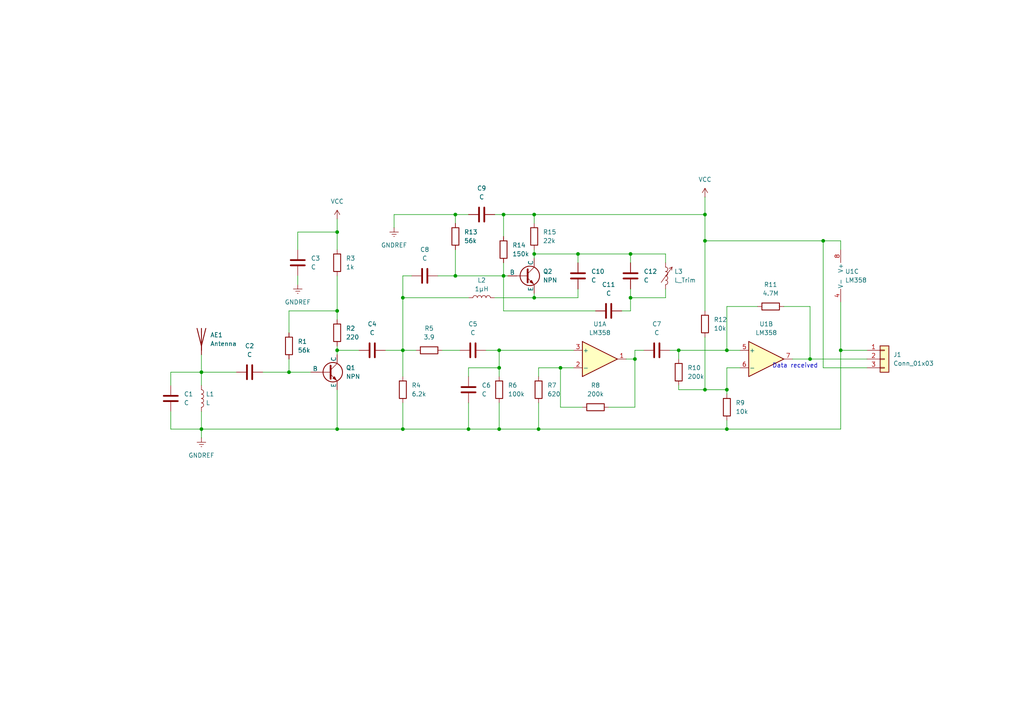
<source format=kicad_sch>
(kicad_sch (version 20231120) (generator "eeschema") (generator_version "8.0")
  (paper "A4")
  (lib_symbols
    (symbol "Amplifier_Operational:LM358" (pin_names (offset 0.127))
      (property "Reference" "U" (at 0 5.08 0))
      (property "Value" "LM358" (at 0 -5.08 0))
      (symbol "LM358_1_1"
        (polyline (pts (xy -5.08 5.08) (xy 5.08 0) (xy -5.08 -5.08) (xy -5.08 5.08)) (stroke (width 0.254)) (fill (type background)))
        (pin output line (at 7.62 0 180) (length 2.54) (name "~") (number "1"))
        (pin input line (at -7.62 -2.54 0) (length 2.54) (name "-") (number "2"))
        (pin input line (at -7.62 2.54 0) (length 2.54) (name "+") (number "3"))
      )
      (symbol "LM358_2_1"
        (polyline (pts (xy -5.08 5.08) (xy 5.08 0) (xy -5.08 -5.08) (xy -5.08 5.08)) (stroke (width 0.254)) (fill (type background)))
        (pin input line (at -7.62 2.54 0) (length 2.54) (name "+") (number "5"))
        (pin input line (at -7.62 -2.54 0) (length 2.54) (name "-") (number "6"))
        (pin output line (at 7.62 0 180) (length 2.54) (name "~") (number "7"))
      )
      (symbol "LM358_3_1"
        (pin power_in line (at -2.54 -7.62 90) (length 3.81) (name "V-") (number "4"))
        (pin power_in line (at -2.54 7.62 270) (length 3.81) (name "V+") (number "8"))
      )
    )
    (symbol "Connector_Generic:Conn_01x03" (pin_names (offset 1.016) hide)
      (property "Reference" "J" (at 0 5.08 0))
      (property "Value" "Conn_01x03" (at 0 -5.08 0))
      (symbol "Conn_01x03_1_1"
        (rectangle (start -1.27 -2.413) (end 0 -2.667) (stroke (width 0.1524)))
        (rectangle (start -1.27 0.127) (end 0 -0.127) (stroke (width 0.1524)))
        (rectangle (start -1.27 2.667) (end 0 2.413) (stroke (width 0.1524)))
        (rectangle (start -1.27 3.81) (end 1.27 -3.81) (stroke (width 0.254)) (fill (type background)))
        (pin passive line (at -5.08 2.54 0) (length 3.81) (name "Pin_1") (number "1"))
        (pin passive line (at -5.08 0 0) (length 3.81) (name "Pin_2") (number "2"))
        (pin passive line (at -5.08 -2.54 0) (length 3.81) (name "Pin_3") (number "3"))
      )
    )
    (symbol "Device:Antenna" (pin_numbers hide) (pin_names (offset 1.016) hide)
      (property "Reference" "AE" (at -1.905 1.905 0))
      (property "Value" "Antenna" (at -1.905 0 0))
      (symbol "Antenna_0_1"
        (polyline (pts (xy 0 2.54) (xy 0 -3.81)) (stroke (width 0.254)))
        (polyline (pts (xy 1.27 2.54) (xy 0 -2.54) (xy -1.27 2.54)) (stroke (width 0.254)))
      )
      (symbol "Antenna_1_1"
        (pin input line (at 0 -5.08 90) (length 2.54) (name "A") (number "1"))
      )
    )
    (symbol "Device:C" (pin_numbers hide) (pin_names (offset 0.254))
      (property "Reference" "C" (at 0.635 2.54 0))
      (property "Value" "C" (at 0.635 -2.54 0))
      (symbol "C_0_1"
        (polyline (pts (xy -2.032 -0.762) (xy 2.032 -0.762)) (stroke (width 0.508)))
        (polyline (pts (xy -2.032 0.762) (xy 2.032 0.762)) (stroke (width 0.508)))
      )
      (symbol "C_1_1"
        (pin passive line (at 0 3.81 270) (length 2.794) (name "~") (number "1"))
        (pin passive line (at 0 -3.81 90) (length 2.794) (name "~") (number "2"))
      )
    )
    (symbol "Device:L" (pin_numbers hide) (pin_names (offset 1.016) hide)
      (property "Reference" "L" (at -1.27 0 90))
      (property "Value" "L" (at 1.905 0 90))
      (symbol "L_0_1"
        (arc (start 0 -2.54) (mid 0.6323 -1.905) (end 0 -1.27))
        (arc (start 0 -1.27) (mid 0.6323 -0.635) (end 0 0))
        (arc (start 0 0) (mid 0.6323 0.635) (end 0 1.27))
        (arc (start 0 1.27) (mid 0.6323 1.905) (end 0 2.54))
      )
      (symbol "L_1_1"
        (pin passive line (at 0 3.81 270) (length 1.27) (name "1") (number "1"))
        (pin passive line (at 0 -3.81 90) (length 1.27) (name "2") (number "2"))
      )
    )
    (symbol "Device:L_Trim" (pin_numbers hide) (pin_names (offset 1.016) hide)
      (property "Reference" "L" (at -1.905 0 90))
      (property "Value" "L_Trim" (at 3.175 0 90))
      (symbol "L_Trim_0_1"
        (arc (start 0 -2.54) (mid 0.6323 -1.905) (end 0 -1.27))
        (arc (start 0 -1.27) (mid 0.6323 -0.635) (end 0 0))
        (polyline (pts (xy -1.27 -1.905) (xy 1.905 2.54)))
        (polyline (pts (xy 1.905 2.54) (xy 1.016 2.159)))
        (polyline (pts (xy 1.905 2.54) (xy 1.778 1.651)))
        (arc (start 0 0) (mid 0.6323 0.635) (end 0 1.27))
        (arc (start 0 1.27) (mid 0.6323 1.905) (end 0 2.54))
      )
      (symbol "L_Trim_1_1"
        (pin passive line (at 0 3.81 270) (length 1.27) (name "1") (number "1"))
        (pin passive line (at 0 -3.81 90) (length 1.27) (name "2") (number "2"))
      )
    )
    (symbol "Device:R" (pin_numbers hide) (pin_names (offset 0))
      (property "Reference" "R" (at 2.032 0 90))
      (property "Value" "R" (at 0 0 90))
      (symbol "R_0_1"
        (rectangle (start -1.016 -2.54) (end 1.016 2.54) (stroke (width 0.254)))
      )
      (symbol "R_1_1"
        (pin passive line (at 0 3.81 270) (length 1.27) (name "~") (number "1"))
        (pin passive line (at 0 -3.81 90) (length 1.27) (name "~") (number "2"))
      )
    )
    (symbol "Simulation_SPICE:NPN" (pin_numbers hide) (pin_names (offset 0))
      (property "Reference" "Q" (at -2.54 7.62 0))
      (property "Value" "NPN" (at -2.54 5.08 0))
      (symbol "NPN_0_1"
        (polyline (pts (xy -2.54 0) (xy 0.635 0)) (stroke (width 0.1524)))
        (polyline (pts (xy 0.635 0.635) (xy 2.54 2.54)))
        (polyline (pts (xy 2.794 -1.27) (xy 2.794 -1.27)) (stroke (width 0.1524)))
        (polyline (pts (xy 2.794 -1.27) (xy 2.794 -1.27)) (stroke (width 0.1524)))
        (polyline (pts (xy 0.635 -0.635) (xy 2.54 -2.54) (xy 2.54 -2.54)))
        (polyline (pts (xy 0.635 1.905) (xy 0.635 -1.905) (xy 0.635 -1.905)) (stroke (width 0.508)))
        (polyline (pts (xy 1.27 -1.778) (xy 1.778 -1.27) (xy 2.286 -2.286) (xy 1.27 -1.778) (xy 1.27 -1.778)) (fill (type outline)))
        (circle (center 1.27 0) (radius 2.8194) (stroke (width 0.254)))
      )
      (symbol "NPN_1_1"
        (pin open_collector line (at 2.54 5.08 270) (length 2.54) (name "C") (number "1"))
        (pin input line (at -5.08 0 0) (length 2.54) (name "B") (number "2"))
        (pin open_emitter line (at 2.54 -5.08 90) (length 2.54) (name "E") (number "3"))
      )
    )
    (symbol "power:GNDREF" (power) (pin_numbers hide) (pin_names (offset 0) hide)
      (property "Value" "GNDREF" (at 0 -3.81 0))
      (symbol "GNDREF_0_1"
        (polyline (pts (xy -0.635 -1.905) (xy 0.635 -1.905)))
        (polyline (pts (xy -0.127 -2.54) (xy 0.127 -2.54)))
        (polyline (pts (xy 0 -1.27) (xy 0 0)))
        (polyline (pts (xy 1.27 -1.27) (xy -1.27 -1.27)))
      )
      (symbol "GNDREF_1_1"
        (pin power_in line (at 0 0 270) (length 0) (name "~") (number "1"))
      )
    )
    (symbol "power:VCC" (power) (pin_numbers hide) (pin_names (offset 0) hide)
      (property "Value" "VCC" (at 0 3.556 0))
      (symbol "VCC_0_1"
        (polyline (pts (xy -0.762 1.27) (xy 0 2.54)))
        (polyline (pts (xy 0 0) (xy 0 2.54)))
        (polyline (pts (xy 0 2.54) (xy 0.762 1.27)))
      )
      (symbol "VCC_1_1"
        (pin power_in line (at 0 0 90) (length 0) (name "~") (number "1"))
      )
    )
  )
  (junction (at 132.08 62.23))
  (junction (at 167.64 73.66))
  (junction (at 97.79 101.6))
  (junction (at 97.79 67.31))
  (junction (at 116.84 124.46))
  (junction (at 97.79 90.17))
  (junction (at 162.56 106.68))
  (junction (at 144.78 101.6))
  (junction (at 204.47 113.03))
  (junction (at 144.78 124.46))
  (junction (at 210.82 113.03))
  (junction (at 182.88 73.66))
  (junction (at 210.82 124.46))
  (junction (at 154.94 86.36))
  (junction (at 83.82 107.95))
  (junction (at 146.05 80.01))
  (junction (at 144.78 106.68))
  (junction (at 210.82 101.6))
  (junction (at 196.85 101.6))
  (junction (at 58.42 124.46))
  (junction (at 132.08 80.01))
  (junction (at 182.88 86.36))
  (junction (at 58.42 107.95))
  (junction (at 234.95 104.14))
  (junction (at 146.05 62.23))
  (junction (at 154.94 73.66))
  (junction (at 97.79 124.46))
  (junction (at 116.84 101.6))
  (junction (at 204.47 69.85))
  (junction (at 135.89 124.46))
  (junction (at 238.76 69.85))
  (junction (at 204.47 62.23))
  (junction (at 116.84 86.36))
  (junction (at 154.94 62.23))
  (junction (at 156.21 124.46))
  (junction (at 243.84 101.6))
  (junction (at 184.15 104.14))
  (wire (pts (xy 58.42 124.46) (xy 58.42 127)))
  (wire (pts (xy 243.84 87.63) (xy 243.84 101.6)))
  (wire (pts (xy 132.08 80.01) (xy 146.05 80.01)))
  (wire (pts (xy 83.82 107.95) (xy 83.82 104.14)))
  (wire (pts (xy 156.21 124.46) (xy 144.78 124.46)))
  (wire (pts (xy 111.76 101.6) (xy 116.84 101.6)))
  (wire (pts (xy 184.15 101.6) (xy 184.15 104.14)))
  (wire (pts (xy 172.72 90.17) (xy 146.05 90.17)))
  (wire (pts (xy 210.82 113.03) (xy 210.82 114.3)))
  (wire (pts (xy 154.94 86.36) (xy 154.94 85.09)))
  (wire (pts (xy 116.84 86.36) (xy 135.89 86.36)))
  (wire (pts (xy 210.82 121.92) (xy 210.82 124.46)))
  (wire (pts (xy 83.82 107.95) (xy 90.17 107.95)))
  (wire (pts (xy 144.78 124.46) (xy 135.89 124.46)))
  (wire (pts (xy 116.84 101.6) (xy 120.65 101.6)))
  (wire (pts (xy 162.56 106.68) (xy 156.21 106.68)))
  (wire (pts (xy 119.38 80.01) (xy 116.84 80.01)))
  (wire (pts (xy 132.08 72.39) (xy 132.08 80.01)))
  (wire (pts (xy 243.84 101.6) (xy 251.46 101.6)))
  (wire (pts (xy 182.88 90.17) (xy 182.88 86.36)))
  (wire (pts (xy 238.76 106.68) (xy 238.76 69.85)))
  (wire (pts (xy 193.04 76.2) (xy 193.04 73.66)))
  (wire (pts (xy 243.84 101.6) (xy 243.84 124.46)))
  (wire (pts (xy 154.94 72.39) (xy 154.94 73.66)))
  (wire (pts (xy 193.04 73.66) (xy 182.88 73.66)))
  (wire (pts (xy 128.27 101.6) (xy 133.35 101.6)))
  (wire (pts (xy 204.47 69.85) (xy 204.47 90.17)))
  (wire (pts (xy 210.82 101.6) (xy 214.63 101.6)))
  (wire (pts (xy 204.47 113.03) (xy 210.82 113.03)))
  (wire (pts (xy 234.95 88.9) (xy 234.95 104.14)))
  (wire (pts (xy 97.79 113.03) (xy 97.79 124.46)))
  (wire (pts (xy 204.47 57.15) (xy 204.47 62.23)))
  (wire (pts (xy 182.88 86.36) (xy 182.88 83.82)))
  (wire (pts (xy 219.71 88.9) (xy 210.82 88.9)))
  (wire (pts (xy 166.37 106.68) (xy 162.56 106.68)))
  (wire (pts (xy 182.88 73.66) (xy 167.64 73.66)))
  (wire (pts (xy 210.82 106.68) (xy 210.82 113.03)))
  (wire (pts (xy 181.61 104.14) (xy 184.15 104.14)))
  (wire (pts (xy 127 80.01) (xy 132.08 80.01)))
  (wire (pts (xy 154.94 62.23) (xy 204.47 62.23)))
  (wire (pts (xy 196.85 101.6) (xy 210.82 101.6)))
  (wire (pts (xy 58.42 102.87) (xy 58.42 107.95)))
  (wire (pts (xy 146.05 76.2) (xy 146.05 80.01)))
  (wire (pts (xy 167.64 76.2) (xy 167.64 73.66)))
  (wire (pts (xy 196.85 111.76) (xy 196.85 113.03)))
  (wire (pts (xy 135.89 62.23) (xy 132.08 62.23)))
  (wire (pts (xy 243.84 72.39) (xy 243.84 69.85)))
  (wire (pts (xy 49.53 124.46) (xy 58.42 124.46)))
  (wire (pts (xy 97.79 100.33) (xy 97.79 101.6)))
  (wire (pts (xy 156.21 116.84) (xy 156.21 124.46)))
  (wire (pts (xy 168.91 118.11) (xy 162.56 118.11)))
  (wire (pts (xy 234.95 104.14) (xy 251.46 104.14)))
  (wire (pts (xy 144.78 106.68) (xy 144.78 109.22)))
  (wire (pts (xy 116.84 101.6) (xy 116.84 109.22)))
  (wire (pts (xy 116.84 86.36) (xy 116.84 101.6)))
  (wire (pts (xy 97.79 67.31) (xy 97.79 72.39)))
  (wire (pts (xy 146.05 80.01) (xy 146.05 90.17)))
  (wire (pts (xy 83.82 96.52) (xy 83.82 90.17)))
  (wire (pts (xy 49.53 111.76) (xy 49.53 107.95)))
  (wire (pts (xy 132.08 62.23) (xy 114.3 62.23)))
  (wire (pts (xy 86.36 67.31) (xy 97.79 67.31)))
  (wire (pts (xy 154.94 73.66) (xy 154.94 74.93)))
  (wire (pts (xy 154.94 64.77) (xy 154.94 62.23)))
  (wire (pts (xy 196.85 113.03) (xy 204.47 113.03)))
  (wire (pts (xy 135.89 124.46) (xy 116.84 124.46)))
  (wire (pts (xy 234.95 104.14) (xy 229.87 104.14)))
  (wire (pts (xy 140.97 101.6) (xy 144.78 101.6)))
  (wire (pts (xy 162.56 118.11) (xy 162.56 106.68)))
  (wire (pts (xy 114.3 62.23) (xy 114.3 66.04)))
  (wire (pts (xy 135.89 116.84) (xy 135.89 124.46)))
  (wire (pts (xy 146.05 62.23) (xy 143.51 62.23)))
  (wire (pts (xy 76.2 107.95) (xy 83.82 107.95)))
  (wire (pts (xy 184.15 101.6) (xy 186.69 101.6)))
  (wire (pts (xy 204.47 62.23) (xy 204.47 69.85)))
  (wire (pts (xy 180.34 90.17) (xy 182.88 90.17)))
  (wire (pts (xy 210.82 124.46) (xy 243.84 124.46)))
  (wire (pts (xy 204.47 97.79) (xy 204.47 113.03)))
  (wire (pts (xy 184.15 104.14) (xy 184.15 118.11)))
  (wire (pts (xy 156.21 124.46) (xy 210.82 124.46)))
  (wire (pts (xy 167.64 83.82) (xy 167.64 86.36)))
  (wire (pts (xy 116.84 116.84) (xy 116.84 124.46)))
  (wire (pts (xy 167.64 73.66) (xy 154.94 73.66)))
  (wire (pts (xy 135.89 109.22) (xy 135.89 106.68)))
  (wire (pts (xy 83.82 90.17) (xy 97.79 90.17)))
  (wire (pts (xy 193.04 83.82) (xy 193.04 86.36)))
  (wire (pts (xy 116.84 80.01) (xy 116.84 86.36)))
  (wire (pts (xy 116.84 124.46) (xy 97.79 124.46)))
  (wire (pts (xy 97.79 101.6) (xy 97.79 102.87)))
  (wire (pts (xy 58.42 107.95) (xy 58.42 111.76)))
  (wire (pts (xy 176.53 118.11) (xy 184.15 118.11)))
  (wire (pts (xy 97.79 63.5) (xy 97.79 67.31)))
  (wire (pts (xy 97.79 90.17) (xy 97.79 92.71)))
  (wire (pts (xy 135.89 106.68) (xy 144.78 106.68)))
  (wire (pts (xy 227.33 88.9) (xy 234.95 88.9)))
  (wire (pts (xy 196.85 101.6) (xy 196.85 104.14)))
  (wire (pts (xy 182.88 76.2) (xy 182.88 73.66)))
  (wire (pts (xy 238.76 69.85) (xy 204.47 69.85)))
  (wire (pts (xy 154.94 62.23) (xy 146.05 62.23)))
  (wire (pts (xy 193.04 86.36) (xy 182.88 86.36)))
  (wire (pts (xy 132.08 62.23) (xy 132.08 64.77)))
  (wire (pts (xy 167.64 86.36) (xy 154.94 86.36)))
  (wire (pts (xy 210.82 88.9) (xy 210.82 101.6)))
  (wire (pts (xy 146.05 62.23) (xy 146.05 68.58)))
  (wire (pts (xy 144.78 101.6) (xy 144.78 106.68)))
  (wire (pts (xy 156.21 106.68) (xy 156.21 109.22)))
  (wire (pts (xy 251.46 106.68) (xy 238.76 106.68)))
  (wire (pts (xy 143.51 86.36) (xy 154.94 86.36)))
  (wire (pts (xy 49.53 119.38) (xy 49.53 124.46)))
  (wire (pts (xy 86.36 80.01) (xy 86.36 82.55)))
  (wire (pts (xy 144.78 101.6) (xy 166.37 101.6)))
  (wire (pts (xy 97.79 80.01) (xy 97.79 90.17)))
  (wire (pts (xy 144.78 116.84) (xy 144.78 124.46)))
  (wire (pts (xy 86.36 72.39) (xy 86.36 67.31)))
  (wire (pts (xy 68.58 107.95) (xy 58.42 107.95)))
  (wire (pts (xy 97.79 101.6) (xy 104.14 101.6)))
  (wire (pts (xy 194.31 101.6) (xy 196.85 101.6)))
  (wire (pts (xy 146.05 80.01) (xy 147.32 80.01)))
  (wire (pts (xy 58.42 119.38) (xy 58.42 124.46)))
  (wire (pts (xy 97.79 124.46) (xy 58.42 124.46)))
  (wire (pts (xy 243.84 69.85) (xy 238.76 69.85)))
  (wire (pts (xy 49.53 107.95) (xy 58.42 107.95)))
  (wire (pts (xy 210.82 106.68) (xy 214.63 106.68)))
  (text "Data received" (at 230.632 106.172 0) (effects (font (size 1.27 1.27))))
  (symbol (lib_id "Device:R") (at 210.82 118.11 0) (unit 1)
    (property "Reference" "R9" (at 213.36 116.8399 0) (effects (justify left)))
    (property "Value" "10k" (at 213.36 119.3799 0) (effects (justify left)))
    (property "Description" "Resistor" (effects (hide yes)))
  )
  (symbol (lib_id "Device:R") (at 144.78 113.03 0) (unit 1)
    (property "Reference" "R6" (at 147.32 111.7599 0) (effects (justify left)))
    (property "Value" "100k" (at 147.32 114.2999 0) (effects (justify left)))
    (property "Description" "Resistor" (effects (hide yes)))
  )
  (symbol (lib_id "Simulation_SPICE:NPN") (at 95.25 107.95 0) (unit 1)
    (property "Reference" "Q1" (at 100.33 106.6799 0) (effects (justify left)))
    (property "Value" "NPN" (at 100.33 109.2199 0) (effects (justify left)))
    (property "Datasheet" "https://ngspice.sourceforge.io/docs/ngspice-html-manual/manual.xhtml#cha_BJTs" (effects (hide yes)))
    (property "Description" "Bipolar transistor symbol for simulation only, substrate tied to the emitter" (effects (hide yes)))
    (property "Sim.Device" "NPN" (effects (hide yes)))
    (property "Sim.Type" "GUMMELPOON" (effects (hide yes)))
    (property "Sim.Pins" "1=C 2=B 3=E" (effects (hide yes)))
  )
  (symbol (lib_id "Device:C") (at 123.19 80.01 90) (unit 1)
    (property "Reference" "C8" (at 123.19 72.39 90))
    (property "Value" "C" (at 123.19 74.93 90))
    (property "Description" "Unpolarized capacitor" (effects (hide yes)))
  )
  (symbol (lib_id "Device:C") (at 49.53 115.57 0) (unit 1)
    (property "Reference" "C1" (at 53.34 114.2999 0) (effects (justify left)))
    (property "Value" "C" (at 53.34 116.8399 0) (effects (justify left)))
    (property "Description" "Unpolarized capacitor" (effects (hide yes)))
  )
  (symbol (lib_id "Device:R") (at 223.52 88.9 90) (unit 1)
    (property "Reference" "R11" (at 223.52 82.55 90))
    (property "Value" "4.7M" (at 223.52 85.09 90))
    (property "Description" "Resistor" (effects (hide yes)))
  )
  (symbol (lib_id "Simulation_SPICE:NPN") (at 152.4 80.01 0) (unit 1)
    (property "Reference" "Q2" (at 157.48 78.7399 0) (effects (justify left)))
    (property "Value" "NPN" (at 157.48 81.2799 0) (effects (justify left)))
    (property "Datasheet" "https://ngspice.sourceforge.io/docs/ngspice-html-manual/manual.xhtml#cha_BJTs" (effects (hide yes)))
    (property "Description" "Bipolar transistor symbol for simulation only, substrate tied to the emitter" (effects (hide yes)))
    (property "Sim.Device" "NPN" (effects (hide yes)))
    (property "Sim.Type" "GUMMELPOON" (effects (hide yes)))
    (property "Sim.Pins" "1=C 2=B 3=E" (effects (hide yes)))
  )
  (symbol (lib_id "Device:C") (at 107.95 101.6 90) (unit 1)
    (property "Reference" "C4" (at 107.95 93.98 90))
    (property "Value" "C" (at 107.95 96.52 90))
    (property "Description" "Unpolarized capacitor" (effects (hide yes)))
  )
  (symbol (lib_id "Device:R") (at 146.05 72.39 0) (unit 1)
    (property "Reference" "R14" (at 148.59 71.1199 0) (effects (justify left)))
    (property "Value" "150k" (at 148.59 73.6599 0) (effects (justify left)))
    (property "Description" "Resistor" (effects (hide yes)))
  )
  (symbol (lib_id "Device:L") (at 58.42 115.57 0) (unit 1)
    (property "Reference" "L1" (at 59.69 114.2999 0) (effects (justify left)))
    (property "Value" "L" (at 59.69 116.8399 0) (effects (justify left)))
    (property "Description" "Inductor" (effects (hide yes)))
  )
  (symbol (lib_id "Device:L") (at 139.7 86.36 90) (unit 1)
    (property "Reference" "L2" (at 139.7 81.28 90))
    (property "Value" "1µH" (at 139.7 83.82 90))
    (property "Description" "Inductor" (effects (hide yes)))
  )
  (symbol (lib_id "Device:C") (at 190.5 101.6 90) (unit 1)
    (property "Reference" "C7" (at 190.5 93.98 90))
    (property "Value" "C" (at 190.5 96.52 90))
    (property "Description" "Unpolarized capacitor" (effects (hide yes)))
  )
  (symbol (lib_id "Device:R") (at 204.47 93.98 0) (unit 1)
    (property "Reference" "R12" (at 207.01 92.7099 0) (effects (justify left)))
    (property "Value" "10k" (at 207.01 95.2499 0) (effects (justify left)))
    (property "Description" "Resistor" (effects (hide yes)))
  )
  (symbol (lib_id "power:GNDREF") (at 58.42 127 0) (unit 1)
    (property "Reference" "#PWR01" (effects (hide yes)))
    (property "Value" "GNDREF" (at 58.42 132.08 0))
    (property "Description" "Power symbol creates a global label with name \"GNDREF\" , reference supply ground" (effects (hide yes)))
  )
  (symbol (lib_id "Device:R") (at 196.85 107.95 0) (unit 1)
    (property "Reference" "R10" (at 199.39 106.6799 0) (effects (justify left)))
    (property "Value" "200k" (at 199.39 109.2199 0) (effects (justify left)))
    (property "Description" "Resistor" (effects (hide yes)))
  )
  (symbol (lib_id "Device:R") (at 172.72 118.11 90) (unit 1)
    (property "Reference" "R8" (at 172.72 111.76 90))
    (property "Value" "200k" (at 172.72 114.3 90))
    (property "Description" "Resistor" (effects (hide yes)))
  )
  (symbol (lib_id "Device:C") (at 72.39 107.95 90) (unit 1)
    (property "Reference" "C2" (at 72.39 100.33 90))
    (property "Value" "C" (at 72.39 102.87 90))
    (property "Description" "Unpolarized capacitor" (effects (hide yes)))
  )
  (symbol (lib_id "Device:Antenna") (at 58.42 97.79 0) (unit 1)
    (property "Reference" "AE1" (at 60.96 97.1549 0) (effects (justify left)))
    (property "Value" "Antenna" (at 60.96 99.6949 0) (effects (justify left)))
    (property "Description" "Antenna" (effects (hide yes)))
  )
  (symbol (lib_id "Device:C") (at 135.89 113.03 0) (unit 1)
    (property "Reference" "C6" (at 139.7 111.7599 0) (effects (justify left)))
    (property "Value" "C" (at 139.7 114.2999 0) (effects (justify left)))
    (property "Description" "Unpolarized capacitor" (effects (hide yes)))
  )
  (symbol (lib_id "power:VCC") (at 204.47 57.15 0) (unit 1)
    (property "Reference" "#PWR09" (effects (hide yes)))
    (property "Value" "VCC" (at 204.47 52.07 0))
    (property "Description" "Power symbol creates a global label with name \"VCC\"" (effects (hide yes)))
  )
  (symbol (lib_id "power:GNDREF") (at 86.36 82.55 0) (unit 1)
    (property "Reference" "#PWR02" (effects (hide yes)))
    (property "Value" "GNDREF" (at 86.36 87.63 0))
    (property "Description" "Power symbol creates a global label with name \"GNDREF\" , reference supply ground" (effects (hide yes)))
  )
  (symbol (lib_id "Device:R") (at 97.79 76.2 0) (unit 1)
    (property "Reference" "R3" (at 100.33 74.9299 0) (effects (justify left)))
    (property "Value" "1k" (at 100.33 77.4699 0) (effects (justify left)))
    (property "Description" "Resistor" (effects (hide yes)))
  )
  (symbol (lib_id "Amplifier_Operational:LM358") (at 222.25 104.14 0) (unit 2)
    (property "Reference" "U1" (at 222.25 93.98 0))
    (property "Value" "LM358" (at 222.25 96.52 0))
    (property "Datasheet" "http://www.ti.com/lit/ds/symlink/lm2904-n.pdf" (effects (hide yes)))
    (property "Description" "Low-Power, Dual Operational Amplifiers, DIP-8/SOIC-8/TO-99-8" (effects (hide yes)))
  )
  (symbol (lib_id "Device:R") (at 132.08 68.58 0) (unit 1)
    (property "Reference" "R13" (at 134.62 67.3099 0) (effects (justify left)))
    (property "Value" "56k" (at 134.62 69.8499 0) (effects (justify left)))
    (property "Description" "Resistor" (effects (hide yes)))
  )
  (symbol (lib_id "Device:C") (at 182.88 80.01 0) (unit 1)
    (property "Reference" "C12" (at 186.69 78.7399 0) (effects (justify left)))
    (property "Value" "C" (at 186.69 81.2799 0) (effects (justify left)))
    (property "Description" "Unpolarized capacitor" (effects (hide yes)))
  )
  (symbol (lib_id "Device:R") (at 97.79 96.52 0) (unit 1)
    (property "Reference" "R2" (at 100.33 95.2499 0) (effects (justify left)))
    (property "Value" "220" (at 100.33 97.7899 0) (effects (justify left)))
    (property "Description" "Resistor" (effects (hide yes)))
  )
  (symbol (lib_id "Device:R") (at 124.46 101.6 90) (unit 1)
    (property "Reference" "R5" (at 124.46 95.25 90))
    (property "Value" "3.9" (at 124.46 97.79 90))
    (property "Description" "Resistor" (effects (hide yes)))
  )
  (symbol (lib_id "Device:R") (at 116.84 113.03 0) (unit 1)
    (property "Reference" "R4" (at 119.38 111.7599 0) (effects (justify left)))
    (property "Value" "6.2k" (at 119.38 114.2999 0) (effects (justify left)))
    (property "Description" "Resistor" (effects (hide yes)))
  )
  (symbol (lib_id "power:VCC") (at 97.79 63.5 0) (unit 1)
    (property "Reference" "#PWR010" (effects (hide yes)))
    (property "Value" "VCC" (at 97.79 58.42 0))
    (property "Description" "Power symbol creates a global label with name \"VCC\"" (effects (hide yes)))
  )
  (symbol (lib_id "power:GNDREF") (at 114.3 66.04 0) (unit 1)
    (property "Reference" "#PWR03" (effects (hide yes)))
    (property "Value" "GNDREF" (at 114.3 71.12 0))
    (property "Description" "Power symbol creates a global label with name \"GNDREF\" , reference supply ground" (effects (hide yes)))
  )
  (symbol (lib_id "Device:C") (at 176.53 90.17 90) (unit 1)
    (property "Reference" "C11" (at 176.53 82.55 90))
    (property "Value" "C" (at 176.53 85.09 90))
    (property "Description" "Unpolarized capacitor" (effects (hide yes)))
  )
  (symbol (lib_id "Device:R") (at 83.82 100.33 0) (unit 1)
    (property "Reference" "R1" (at 86.36 99.0599 0) (effects (justify left)))
    (property "Value" "56k" (at 86.36 101.5999 0) (effects (justify left)))
    (property "Description" "Resistor" (effects (hide yes)))
  )
  (symbol (lib_id "Amplifier_Operational:LM358") (at 246.38 80.01 0) (unit 3)
    (property "Reference" "U1" (at 245.11 78.7399 0) (effects (justify left)))
    (property "Value" "LM358" (at 245.11 81.2799 0) (effects (justify left)))
    (property "Datasheet" "http://www.ti.com/lit/ds/symlink/lm2904-n.pdf" (effects (hide yes)))
    (property "Description" "Low-Power, Dual Operational Amplifiers, DIP-8/SOIC-8/TO-99-8" (effects (hide yes)))
  )
  (symbol (lib_id "Device:R") (at 154.94 68.58 0) (unit 1)
    (property "Reference" "R15" (at 157.48 67.3099 0) (effects (justify left)))
    (property "Value" "22k" (at 157.48 69.8499 0) (effects (justify left)))
    (property "Description" "Resistor" (effects (hide yes)))
  )
  (symbol (lib_id "Connector_Generic:Conn_01x03") (at 256.54 104.14 0) (unit 1)
    (property "Reference" "J1" (at 259.08 102.8699 0) (effects (justify left)))
    (property "Value" "Conn_01x03" (at 259.08 105.4099 0) (effects (justify left)))
    (property "Description" "Generic connector, single row, 01x03, script generated (kicad-library-utils/schlib/autogen/connector/)" (effects (hide yes)))
  )
  (symbol (lib_id "Device:C") (at 139.7 62.23 90) (unit 1)
    (property "Reference" "C9" (at 139.7 54.61 90))
    (property "Value" "C" (at 139.7 57.15 90))
    (property "Description" "Unpolarized capacitor" (effects (hide yes)))
  )
  (symbol (lib_id "Device:L_Trim") (at 193.04 80.01 0) (unit 1)
    (property "Reference" "L3" (at 195.58 78.7399 0) (effects (justify left)))
    (property "Value" "L_Trim" (at 195.58 81.2799 0) (effects (justify left)))
    (property "Description" "Variable inductor" (effects (hide yes)))
  )
  (symbol (lib_id "Device:C") (at 167.64 80.01 0) (unit 1)
    (property "Reference" "C10" (at 171.45 78.7399 0) (effects (justify left)))
    (property "Value" "C" (at 171.45 81.2799 0) (effects (justify left)))
    (property "Description" "Unpolarized capacitor" (effects (hide yes)))
  )
  (symbol (lib_id "Amplifier_Operational:LM358") (at 173.99 104.14 0) (unit 1)
    (property "Reference" "U1" (at 173.99 93.98 0))
    (property "Value" "LM358" (at 173.99 96.52 0))
    (property "Datasheet" "http://www.ti.com/lit/ds/symlink/lm2904-n.pdf" (effects (hide yes)))
    (property "Description" "Low-Power, Dual Operational Amplifiers, DIP-8/SOIC-8/TO-99-8" (effects (hide yes)))
  )
  (symbol (lib_id "Device:C") (at 137.16 101.6 90) (unit 1)
    (property "Reference" "C5" (at 137.16 93.98 90))
    (property "Value" "C" (at 137.16 96.52 90))
    (property "Description" "Unpolarized capacitor" (effects (hide yes)))
  )
  (symbol (lib_id "Device:R") (at 156.21 113.03 0) (unit 1)
    (property "Reference" "R7" (at 158.75 111.7599 0) (effects (justify left)))
    (property "Value" "620" (at 158.75 114.2999 0) (effects (justify left)))
    (property "Description" "Resistor" (effects (hide yes)))
  )
  (symbol (lib_id "Device:C") (at 86.36 76.2 0) (unit 1)
    (property "Reference" "C3" (at 90.17 74.9299 0) (effects (justify left)))
    (property "Value" "C" (at 90.17 77.4699 0) (effects (justify left)))
    (property "Description" "Unpolarized capacitor" (effects (hide yes)))
  )
)
</source>
